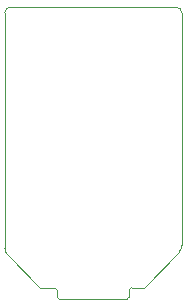
<source format=gm1>
%TF.GenerationSoftware,KiCad,Pcbnew,(5.1.9)-1*%
%TF.CreationDate,2021-07-10T22:32:32+01:00*%
%TF.ProjectId,DigiMesh Dongle,44696769-4d65-4736-9820-446f6e676c65,rev?*%
%TF.SameCoordinates,Original*%
%TF.FileFunction,Profile,NP*%
%FSLAX46Y46*%
G04 Gerber Fmt 4.6, Leading zero omitted, Abs format (unit mm)*
G04 Created by KiCad (PCBNEW (5.1.9)-1) date 2021-07-10 22:32:32*
%MOMM*%
%LPD*%
G01*
G04 APERTURE LIST*
%TA.AperFunction,Profile*%
%ADD10C,0.050000*%
%TD*%
G04 APERTURE END LIST*
D10*
X135800000Y-69800000D02*
G75*
G02*
X135600000Y-70000000I-200000J0D01*
G01*
X129900000Y-70000000D02*
G75*
G02*
X129700000Y-69800000I0J200000D01*
G01*
X129500000Y-69000000D02*
G75*
G02*
X129700000Y-69200000I0J-200000D01*
G01*
X135800000Y-69200000D02*
G75*
G02*
X136000000Y-69000000I200000J0D01*
G01*
X125498959Y-66251041D02*
G75*
G02*
X125250000Y-65650000I601041J601041D01*
G01*
X140248528Y-65400000D02*
G75*
G02*
X140000000Y-66000000I-848528J0D01*
G01*
X139750000Y-45250000D02*
G75*
G02*
X140250000Y-45750000I0J-500000D01*
G01*
X125250000Y-45750000D02*
G75*
G02*
X125750000Y-45250000I500000J0D01*
G01*
X125498959Y-66251041D02*
X128250000Y-69000000D01*
X140000000Y-66000000D02*
X137000000Y-69000000D01*
X140248532Y-45750000D02*
X140248528Y-65400000D01*
X125750000Y-45250000D02*
X139750000Y-45250000D01*
X125250000Y-65650000D02*
X125250000Y-45750000D01*
X129700000Y-69200000D02*
X129700000Y-69800000D01*
X128250000Y-69000000D02*
X129500000Y-69000000D01*
X136000000Y-69000000D02*
X137000000Y-69000000D01*
X135800000Y-69800000D02*
X135800000Y-69200000D01*
X129900000Y-70000000D02*
X135600000Y-70000000D01*
M02*

</source>
